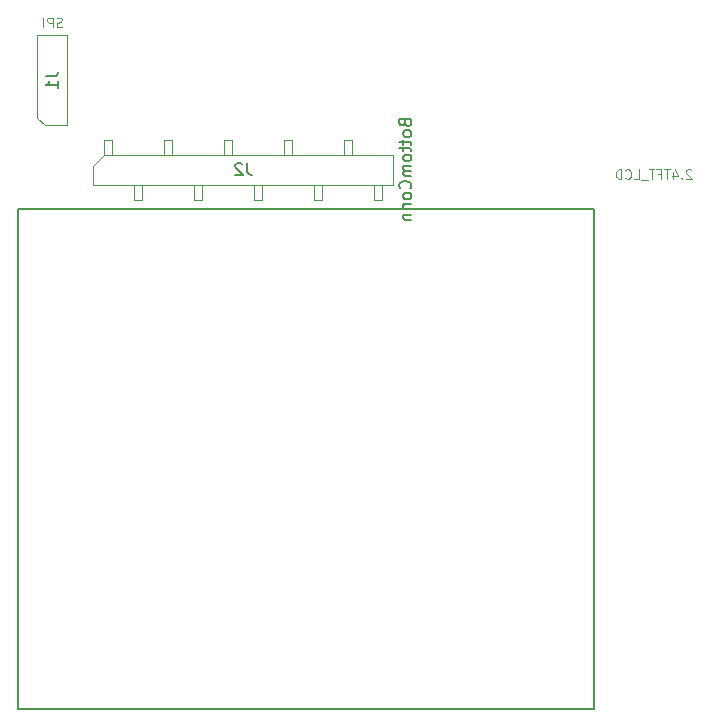
<source format=gbr>
G04 #@! TF.FileFunction,Other,Fab,Bot*
%FSLAX46Y46*%
G04 Gerber Fmt 4.6, Leading zero omitted, Abs format (unit mm)*
G04 Created by KiCad (PCBNEW 4.0.7) date Monday, July 02, 2018 'PMt' 09:22:05 PM*
%MOMM*%
%LPD*%
G01*
G04 APERTURE LIST*
%ADD10C,0.100000*%
%ADD11C,0.150000*%
G04 APERTURE END LIST*
D10*
D11*
X229489000Y-168148000D02*
X229489000Y-125857000D01*
X180721000Y-167259000D02*
X180721000Y-168148000D01*
X180721000Y-168148000D02*
X229489000Y-168148000D01*
X229489000Y-125857000D02*
X180721000Y-125857000D01*
X180721000Y-167259000D02*
X180721000Y-125857000D01*
D10*
X183007000Y-118745000D02*
X184912000Y-118745000D01*
X184912000Y-118745000D02*
X184912000Y-111125000D01*
X184912000Y-111125000D02*
X182372000Y-111125000D01*
X182372000Y-111125000D02*
X182372000Y-118110000D01*
X182372000Y-118110000D02*
X183007000Y-118745000D01*
X212510000Y-123765000D02*
X212510000Y-121225000D01*
X187110000Y-122175000D02*
X187110000Y-123765000D01*
X212510000Y-121225000D02*
X188060000Y-121225000D01*
X188060000Y-121225000D02*
X187110000Y-122175000D01*
X187110000Y-123765000D02*
X212510000Y-123765000D01*
X188060000Y-121225000D02*
X188060000Y-119955000D01*
X188060000Y-119955000D02*
X188700000Y-119955000D01*
X188700000Y-119955000D02*
X188700000Y-121225000D01*
X193140000Y-121225000D02*
X193140000Y-119955000D01*
X193140000Y-119955000D02*
X193780000Y-119955000D01*
X193780000Y-119955000D02*
X193780000Y-121225000D01*
X198220000Y-121225000D02*
X198220000Y-119955000D01*
X198220000Y-119955000D02*
X198860000Y-119955000D01*
X198860000Y-119955000D02*
X198860000Y-121225000D01*
X203300000Y-121225000D02*
X203300000Y-119955000D01*
X203300000Y-119955000D02*
X203940000Y-119955000D01*
X203940000Y-119955000D02*
X203940000Y-121225000D01*
X208380000Y-121225000D02*
X208380000Y-119955000D01*
X208380000Y-119955000D02*
X209020000Y-119955000D01*
X209020000Y-119955000D02*
X209020000Y-121225000D01*
X190600000Y-123765000D02*
X190600000Y-125035000D01*
X190600000Y-125035000D02*
X191240000Y-125035000D01*
X191240000Y-125035000D02*
X191240000Y-123765000D01*
X195680000Y-123765000D02*
X195680000Y-125035000D01*
X195680000Y-125035000D02*
X196320000Y-125035000D01*
X196320000Y-125035000D02*
X196320000Y-123765000D01*
X200760000Y-123765000D02*
X200760000Y-125035000D01*
X200760000Y-125035000D02*
X201400000Y-125035000D01*
X201400000Y-125035000D02*
X201400000Y-123765000D01*
X205840000Y-123765000D02*
X205840000Y-125035000D01*
X205840000Y-125035000D02*
X206480000Y-125035000D01*
X206480000Y-125035000D02*
X206480000Y-123765000D01*
X210920000Y-123765000D02*
X210920000Y-125035000D01*
X210920000Y-125035000D02*
X211560000Y-125035000D01*
X211560000Y-125035000D02*
X211560000Y-123765000D01*
X237732952Y-122550095D02*
X237694857Y-122512000D01*
X237618666Y-122473905D01*
X237428190Y-122473905D01*
X237352000Y-122512000D01*
X237313904Y-122550095D01*
X237275809Y-122626286D01*
X237275809Y-122702476D01*
X237313904Y-122816762D01*
X237771047Y-123273905D01*
X237275809Y-123273905D01*
X236932952Y-123197714D02*
X236894857Y-123235810D01*
X236932952Y-123273905D01*
X236971047Y-123235810D01*
X236932952Y-123197714D01*
X236932952Y-123273905D01*
X236209143Y-122740571D02*
X236209143Y-123273905D01*
X236399619Y-122435810D02*
X236590095Y-123007238D01*
X236094857Y-123007238D01*
X235904381Y-122473905D02*
X235447238Y-122473905D01*
X235675809Y-123273905D02*
X235675809Y-122473905D01*
X234913904Y-122854857D02*
X235180571Y-122854857D01*
X235180571Y-123273905D02*
X235180571Y-122473905D01*
X234799618Y-122473905D01*
X234609143Y-122473905D02*
X234152000Y-122473905D01*
X234380571Y-123273905D02*
X234380571Y-122473905D01*
X234075809Y-123350095D02*
X233466285Y-123350095D01*
X232894856Y-123273905D02*
X233275809Y-123273905D01*
X233275809Y-122473905D01*
X232171047Y-123197714D02*
X232209142Y-123235810D01*
X232323428Y-123273905D01*
X232399618Y-123273905D01*
X232513904Y-123235810D01*
X232590095Y-123159619D01*
X232628190Y-123083429D01*
X232666285Y-122931048D01*
X232666285Y-122816762D01*
X232628190Y-122664381D01*
X232590095Y-122588190D01*
X232513904Y-122512000D01*
X232399618Y-122473905D01*
X232323428Y-122473905D01*
X232209142Y-122512000D01*
X232171047Y-122550095D01*
X231828190Y-123273905D02*
X231828190Y-122473905D01*
X231637714Y-122473905D01*
X231523428Y-122512000D01*
X231447237Y-122588190D01*
X231409142Y-122664381D01*
X231371047Y-122816762D01*
X231371047Y-122931048D01*
X231409142Y-123083429D01*
X231447237Y-123159619D01*
X231523428Y-123235810D01*
X231637714Y-123273905D01*
X231828190Y-123273905D01*
X184461047Y-110388810D02*
X184346761Y-110426905D01*
X184156285Y-110426905D01*
X184080095Y-110388810D01*
X184041999Y-110350714D01*
X184003904Y-110274524D01*
X184003904Y-110198333D01*
X184041999Y-110122143D01*
X184080095Y-110084048D01*
X184156285Y-110045952D01*
X184308666Y-110007857D01*
X184384857Y-109969762D01*
X184422952Y-109931667D01*
X184461047Y-109855476D01*
X184461047Y-109779286D01*
X184422952Y-109703095D01*
X184384857Y-109665000D01*
X184308666Y-109626905D01*
X184118190Y-109626905D01*
X184003904Y-109665000D01*
X183661047Y-110426905D02*
X183661047Y-109626905D01*
X183356285Y-109626905D01*
X183280094Y-109665000D01*
X183241999Y-109703095D01*
X183203904Y-109779286D01*
X183203904Y-109893571D01*
X183241999Y-109969762D01*
X183280094Y-110007857D01*
X183356285Y-110045952D01*
X183661047Y-110045952D01*
X182861047Y-110426905D02*
X182861047Y-109626905D01*
D11*
X183094381Y-114601667D02*
X183808667Y-114601667D01*
X183951524Y-114554047D01*
X184046762Y-114458809D01*
X184094381Y-114315952D01*
X184094381Y-114220714D01*
X184094381Y-115601667D02*
X184094381Y-115030238D01*
X184094381Y-115315952D02*
X183094381Y-115315952D01*
X183237238Y-115220714D01*
X183332476Y-115125476D01*
X183380095Y-115030238D01*
X213498571Y-118566429D02*
X213546190Y-118709286D01*
X213593810Y-118756905D01*
X213689048Y-118804524D01*
X213831905Y-118804524D01*
X213927143Y-118756905D01*
X213974762Y-118709286D01*
X214022381Y-118614048D01*
X214022381Y-118233095D01*
X213022381Y-118233095D01*
X213022381Y-118566429D01*
X213070000Y-118661667D01*
X213117619Y-118709286D01*
X213212857Y-118756905D01*
X213308095Y-118756905D01*
X213403333Y-118709286D01*
X213450952Y-118661667D01*
X213498571Y-118566429D01*
X213498571Y-118233095D01*
X214022381Y-119375952D02*
X213974762Y-119280714D01*
X213927143Y-119233095D01*
X213831905Y-119185476D01*
X213546190Y-119185476D01*
X213450952Y-119233095D01*
X213403333Y-119280714D01*
X213355714Y-119375952D01*
X213355714Y-119518810D01*
X213403333Y-119614048D01*
X213450952Y-119661667D01*
X213546190Y-119709286D01*
X213831905Y-119709286D01*
X213927143Y-119661667D01*
X213974762Y-119614048D01*
X214022381Y-119518810D01*
X214022381Y-119375952D01*
X213355714Y-119995000D02*
X213355714Y-120375952D01*
X213022381Y-120137857D02*
X213879524Y-120137857D01*
X213974762Y-120185476D01*
X214022381Y-120280714D01*
X214022381Y-120375952D01*
X213355714Y-120566429D02*
X213355714Y-120947381D01*
X213022381Y-120709286D02*
X213879524Y-120709286D01*
X213974762Y-120756905D01*
X214022381Y-120852143D01*
X214022381Y-120947381D01*
X214022381Y-121423572D02*
X213974762Y-121328334D01*
X213927143Y-121280715D01*
X213831905Y-121233096D01*
X213546190Y-121233096D01*
X213450952Y-121280715D01*
X213403333Y-121328334D01*
X213355714Y-121423572D01*
X213355714Y-121566430D01*
X213403333Y-121661668D01*
X213450952Y-121709287D01*
X213546190Y-121756906D01*
X213831905Y-121756906D01*
X213927143Y-121709287D01*
X213974762Y-121661668D01*
X214022381Y-121566430D01*
X214022381Y-121423572D01*
X214022381Y-122185477D02*
X213355714Y-122185477D01*
X213450952Y-122185477D02*
X213403333Y-122233096D01*
X213355714Y-122328334D01*
X213355714Y-122471192D01*
X213403333Y-122566430D01*
X213498571Y-122614049D01*
X214022381Y-122614049D01*
X213498571Y-122614049D02*
X213403333Y-122661668D01*
X213355714Y-122756906D01*
X213355714Y-122899763D01*
X213403333Y-122995001D01*
X213498571Y-123042620D01*
X214022381Y-123042620D01*
X213927143Y-124090239D02*
X213974762Y-124042620D01*
X214022381Y-123899763D01*
X214022381Y-123804525D01*
X213974762Y-123661667D01*
X213879524Y-123566429D01*
X213784286Y-123518810D01*
X213593810Y-123471191D01*
X213450952Y-123471191D01*
X213260476Y-123518810D01*
X213165238Y-123566429D01*
X213070000Y-123661667D01*
X213022381Y-123804525D01*
X213022381Y-123899763D01*
X213070000Y-124042620D01*
X213117619Y-124090239D01*
X214022381Y-124661667D02*
X213974762Y-124566429D01*
X213927143Y-124518810D01*
X213831905Y-124471191D01*
X213546190Y-124471191D01*
X213450952Y-124518810D01*
X213403333Y-124566429D01*
X213355714Y-124661667D01*
X213355714Y-124804525D01*
X213403333Y-124899763D01*
X213450952Y-124947382D01*
X213546190Y-124995001D01*
X213831905Y-124995001D01*
X213927143Y-124947382D01*
X213974762Y-124899763D01*
X214022381Y-124804525D01*
X214022381Y-124661667D01*
X213355714Y-125423572D02*
X214022381Y-125423572D01*
X213450952Y-125423572D02*
X213403333Y-125471191D01*
X213355714Y-125566429D01*
X213355714Y-125709287D01*
X213403333Y-125804525D01*
X213498571Y-125852144D01*
X214022381Y-125852144D01*
X213355714Y-126328334D02*
X214022381Y-126328334D01*
X213450952Y-126328334D02*
X213403333Y-126375953D01*
X213355714Y-126471191D01*
X213355714Y-126614049D01*
X213403333Y-126709287D01*
X213498571Y-126756906D01*
X214022381Y-126756906D01*
X200143333Y-121947381D02*
X200143333Y-122661667D01*
X200190953Y-122804524D01*
X200286191Y-122899762D01*
X200429048Y-122947381D01*
X200524286Y-122947381D01*
X199714762Y-122042619D02*
X199667143Y-121995000D01*
X199571905Y-121947381D01*
X199333809Y-121947381D01*
X199238571Y-121995000D01*
X199190952Y-122042619D01*
X199143333Y-122137857D01*
X199143333Y-122233095D01*
X199190952Y-122375952D01*
X199762381Y-122947381D01*
X199143333Y-122947381D01*
M02*

</source>
